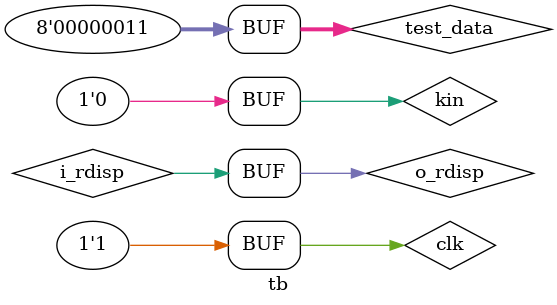
<source format=v>
`timescale 1ns / 1ps


//`define TestDisp

module tb;
  reg clk;
  reg     [7:0]  test_data;
  reg 	         i_rdisp = 0; 
  wire    [9:0]  encoded_data;       //encoded data       
  wire 	         o_rdisp;
  reg            kin;  
 
 //Create the clock signal 
 always begin
    clk = 1'b0;
    #5;
    clk = 1'b1;
    #5;
    end
   
  encoder1 DUT(
    .clk(clk),
    .i_data(test_data),
    .i_rdisp(i_rdisp),
    .o_en_data(encoded_data),
    .o_rdisp(o_rdisp),
    .kin(kin)
   );
   
   always @ (o_rdisp) 
        i_rdisp = o_rdisp;
        
   
   initial begin

   kin = 0;
   test_data = 8'b00100011; 
   #20;
   test_data = 8'b00011111;
   #20;
   test_data = 8'b01100000;
   #20;
   test_data = 8'b01000001;
   #20
   kin = 1;
   test_data = 8'b11011100;   
   #20
   kin = 0;
   test_data = 8'b00000011;
   #20;
   kin = 1;
   test_data = 8'b11111110;
   #20;
   kin = 0;
   test_data = 8'b01100011;
   #20;
   kin = 0;
   test_data = 8'b10000011;
   #40
   test_data = 8'b00000011;

   end 

  `ifdef TestDisp     // IGNORE (for testing disp generator module)  
    reg  test_disp = 0;
    wire run_disp;
    reg [9:0] test_data_1;
    
    DISP_GEN UUT(
    .clk(clk),
    .i_rdisp(test_disp),
    .o_rdisp(run_disp),
    .i_stream(test_data)
    );

    initial begin
    #10;
    test_data_1 = 10'b0010101101;
    #10;
    test_disp_1 = run_disp;
    #30;
    test_data_1 = 10'b1111111111;
    #10;
    test_disp_1 = run_disp;
    #30;
    test_data_1 = 10'b0000111111;
    end
   `endif
    
endmodule

</source>
